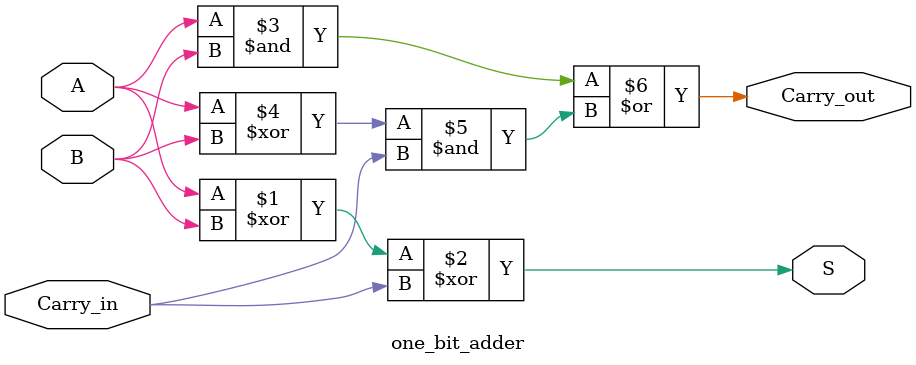
<source format=v>
`timescale 1ns / 1ps

module one_bit_adder(input A, input B, input Carry_in, output S, output Carry_out);
    
    assign S = (A ^ B ^ Carry_in);// S is the sum of A & B & Carry_in modulus 2
    assign Carry_out = ( A & B )| (A ^ B) & Carry_in;
    
endmodule

</source>
